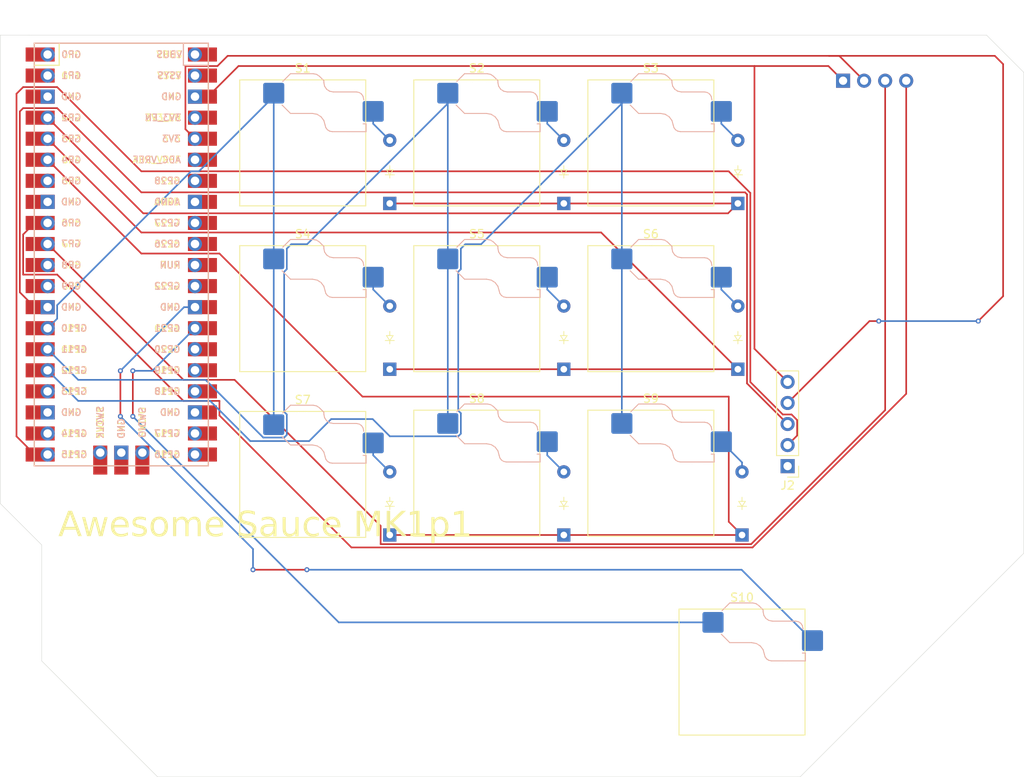
<source format=kicad_pcb>
(kicad_pcb (version 20241229) (generator "pcbnew") (generator_version "9.0")
  (layers (0 "F.Cu" signal) (2 "B.Cu" signal) (13 "F.Paste" user) (15 "B.Paste" user) (5 "F.SilkS" user "F.Silkscreen") (7 "B.SilkS" user "B.Silkscreen") (1 "F.Mask" user) (3 "B.Mask" user) (25 "Edge.Cuts" user))
  (net 0 "")
  (net 1 "Net-(D1-A)")
  (net 2 "Net-(D1-K)")
  (net 3 "Net-(D2-A)")
  (net 4 "Net-(D3-A)")
  (net 5 "Net-(D4-A)")
  (net 6 "Net-(D4-K)")
  (net 7 "Net-(D5-A)")
  (net 8 "Net-(D6-A)")
  (net 9 "Net-(D7-A)")
  (net 10 "Net-(D7-K)")
  (net 11 "Net-(D8-A)")
  (net 12 "Net-(D9-A)")
  (net 13 "Net-(J1-SDA)")
  (net 14 "VCC")
  (net 15 "Net-(J1-SCL)")
  (net 16 "GND")
  (net 17 "Net-(J2-Pin_2)")
  (net 18 "Net-(J2-Pin_1)")
  (net 19 "Net-(J2-Pin_3)")
  (net 28 "Net-(U1-GPIO10)")
  (net 39 "Net-(U1-GPIO12)")
  (net 40 "Net-(U1-GPIO21)")
  (net 42 "Net-(S10-Pad2)")
  (net 46 "Net-(U1-GPIO11)")
  (footprint "ScottoKeebs_Hotswap:Hotswap_Choc_V1_1.00u" (layer "F.Cu") (at 106.5 51.5)
    (property "Reference" "S1" (at 0 -9 0) (layer "F.SilkS"))
    (property "Value" "Keyswitch")
    (pad "" np_thru_hole circle (at -5.5 0) (size 1.9 1.9) (drill 1.9) (layers "*.Cu" "*.Mask"))
    (pad "" np_thru_hole circle (at 0 -5.9) (size 3.05 3.05) (drill 3.05) (layers "*.Cu" "*.Mask"))
    (pad "" np_thru_hole circle (at 0 0) (size 3.45 3.45) (drill 3.45) (layers "*.Cu" "*.Mask"))
    (pad "" np_thru_hole circle (at 5 -3.8) (size 3.05 3.05) (drill 3.05) (layers "*.Cu" "*.Mask"))
    (pad "" np_thru_hole circle (at 5.5 0) (size 1.9 1.9) (drill 1.9) (layers "*.Cu" "*.Mask"))
    (pad "1" smd roundrect (at -3.5 -6) (size 2.55 2.5) (layers "B.Cu" "B.Mask" "B.Paste") (roundrect_rratio 0.1) (net 28 "Net-(U1-GPIO10)"))
    (pad "2" smd roundrect (at 8.5 -3.8) (size 2.55 2.5) (layers "B.Cu" "B.Mask" "B.Paste") (roundrect_rratio 0.1) (net 1 "Net-(D1-A)"))
  )
  (footprint "ScottoKeebs_Hotswap:Hotswap_Choc_V1_1.00u" (layer "F.Cu") (at 127.5 71.5)
    (property "Reference" "S5" (at 0 -9 0) (layer "F.SilkS"))
    (property "Value" "Keyswitch")
    (pad "" np_thru_hole circle (at -5.5 0) (size 1.9 1.9) (drill 1.9) (layers "*.Cu" "*.Mask"))
    (pad "" np_thru_hole circle (at 0 -5.9) (size 3.05 3.05) (drill 3.05) (layers "*.Cu" "*.Mask"))
    (pad "" np_thru_hole circle (at 0 0) (size 3.45 3.45) (drill 3.45) (layers "*.Cu" "*.Mask"))
    (pad "" np_thru_hole circle (at 5 -3.8) (size 3.05 3.05) (drill 3.05) (layers "*.Cu" "*.Mask"))
    (pad "" np_thru_hole circle (at 5.5 0) (size 1.9 1.9) (drill 1.9) (layers "*.Cu" "*.Mask"))
    (pad "1" smd roundrect (at -3.5 -6) (size 2.55 2.5) (layers "B.Cu" "B.Mask" "B.Paste") (roundrect_rratio 0.1) (net 46 "Net-(U1-GPIO11)"))
    (pad "2" smd roundrect (at 8.5 -3.8) (size 2.55 2.5) (layers "B.Cu" "B.Mask" "B.Paste") (roundrect_rratio 0.1) (net 7 "Net-(D5-A)"))
  )
  (footprint "ScottoKeebs_Hotswap:Hotswap_Choc_V1_1.00u" (layer "F.Cu") (at 127.5 51.5)
    (property "Reference" "S2" (at 0 -9 0) (layer "F.SilkS"))
    (property "Value" "Keyswitch")
    (pad "" np_thru_hole circle (at -5.5 0) (size 1.9 1.9) (drill 1.9) (layers "*.Cu" "*.Mask"))
    (pad "" np_thru_hole circle (at 0 -5.9) (size 3.05 3.05) (drill 3.05) (layers "*.Cu" "*.Mask"))
    (pad "" np_thru_hole circle (at 0 0) (size 3.45 3.45) (drill 3.45) (layers "*.Cu" "*.Mask"))
    (pad "" np_thru_hole circle (at 5 -3.8) (size 3.05 3.05) (drill 3.05) (layers "*.Cu" "*.Mask"))
    (pad "" np_thru_hole circle (at 5.5 0) (size 1.9 1.9) (drill 1.9) (layers "*.Cu" "*.Mask"))
    (pad "1" smd roundrect (at -3.5 -6) (size 2.55 2.5) (layers "B.Cu" "B.Mask" "B.Paste") (roundrect_rratio 0.1) (net 46 "Net-(U1-GPIO11)"))
    (pad "2" smd roundrect (at 8.5 -3.8) (size 2.55 2.5) (layers "B.Cu" "B.Mask" "B.Paste") (roundrect_rratio 0.1) (net 3 "Net-(D2-A)"))
  )
  (footprint "ScottoKeebs_Components:Diode_DO-35" (layer "F.Cu") (at 117 58.81 90)
    (property "Reference" "D1" (hide yes))
    (property "Value" "Diode" (hide yes))
    (pad "1" thru_hole rect (at 0 0 90) (size 1.6 1.6) (drill 0.8) (layers "*.Cu" "*.Mask") (net 2 "Net-(D1-K)"))
    (pad "2" thru_hole oval (at 7.62 0 90) (size 1.6 1.6) (drill 0.8) (layers "*.Cu" "*.Mask") (net 1 "Net-(D1-A)"))
  )
  (footprint "ScottoKeebs_Hotswap:Hotswap_Choc_V1_1.00u" (layer "F.Cu") (at 148.5 51.5)
    (property "Reference" "S3" (at 0 -9 0) (layer "F.SilkS"))
    (property "Value" "Keyswitch")
    (pad "" np_thru_hole circle (at -5.5 0) (size 1.9 1.9) (drill 1.9) (layers "*.Cu" "*.Mask"))
    (pad "" np_thru_hole circle (at 0 -5.9) (size 3.05 3.05) (drill 3.05) (layers "*.Cu" "*.Mask"))
    (pad "" np_thru_hole circle (at 0 0) (size 3.45 3.45) (drill 3.45) (layers "*.Cu" "*.Mask"))
    (pad "" np_thru_hole circle (at 5 -3.8) (size 3.05 3.05) (drill 3.05) (layers "*.Cu" "*.Mask"))
    (pad "" np_thru_hole circle (at 5.5 0) (size 1.9 1.9) (drill 1.9) (layers "*.Cu" "*.Mask"))
    (pad "1" smd roundrect (at -3.5 -6) (size 2.55 2.5) (layers "B.Cu" "B.Mask" "B.Paste") (roundrect_rratio 0.1) (net 39 "Net-(U1-GPIO12)"))
    (pad "2" smd roundrect (at 8.5 -3.8) (size 2.55 2.5) (layers "B.Cu" "B.Mask" "B.Paste") (roundrect_rratio 0.1) (net 4 "Net-(D3-A)"))
  )
  (footprint "ScottoKeebs_Components:Diode_DO-35" (layer "F.Cu") (at 138 98.81 90)
    (property "Reference" "D8" (hide yes))
    (property "Value" "Diode" (hide yes))
    (pad "1" thru_hole rect (at 0 0 90) (size 1.6 1.6) (drill 0.8) (layers "*.Cu" "*.Mask") (net 10 "Net-(D7-K)"))
    (pad "2" thru_hole oval (at 7.62 0 90) (size 1.6 1.6) (drill 0.8) (layers "*.Cu" "*.Mask") (net 11 "Net-(D8-A)"))
  )
  (footprint "ScottoKeebs_Hotswap:Hotswap_Choc_V1_1.00u" (layer "F.Cu") (at 106.5 71.5)
    (property "Reference" "S4" (at 0 -9 0) (layer "F.SilkS"))
    (property "Value" "Keyswitch")
    (pad "" np_thru_hole circle (at -5.5 0) (size 1.9 1.9) (drill 1.9) (layers "*.Cu" "*.Mask"))
    (pad "" np_thru_hole circle (at 0 -5.9) (size 3.05 3.05) (drill 3.05) (layers "*.Cu" "*.Mask"))
    (pad "" np_thru_hole circle (at 0 0) (size 3.45 3.45) (drill 3.45) (layers "*.Cu" "*.Mask"))
    (pad "" np_thru_hole circle (at 5 -3.8) (size 3.05 3.05) (drill 3.05) (layers "*.Cu" "*.Mask"))
    (pad "" np_thru_hole circle (at 5.5 0) (size 1.9 1.9) (drill 1.9) (layers "*.Cu" "*.Mask"))
    (pad "1" smd roundrect (at -3.5 -6) (size 2.55 2.5) (layers "B.Cu" "B.Mask" "B.Paste") (roundrect_rratio 0.1) (net 28 "Net-(U1-GPIO10)"))
    (pad "2" smd roundrect (at 8.5 -3.8) (size 2.55 2.5) (layers "B.Cu" "B.Mask" "B.Paste") (roundrect_rratio 0.1) (net 5 "Net-(D4-A)"))
  )
  (footprint "ScottoKeebs_Components:Diode_DO-35" (layer "F.Cu") (at 159.5 98.81 90)
    (property "Reference" "D9" (hide yes))
    (property "Value" "Diode" (hide yes))
    (pad "1" thru_hole rect (at 0 0 90) (size 1.6 1.6) (drill 0.8) (layers "*.Cu" "*.Mask") (net 10 "Net-(D7-K)"))
    (pad "2" thru_hole oval (at 7.62 0 90) (size 1.6 1.6) (drill 0.8) (layers "*.Cu" "*.Mask") (net 12 "Net-(D9-A)"))
  )
  (footprint "ScottoKeebs_Components:Diode_DO-35" (layer "F.Cu") (at 138 58.81 90)
    (property "Reference" "D2" (hide yes))
    (property "Value" "Diode" (hide yes))
    (pad "1" thru_hole rect (at 0 0 90) (size 1.6 1.6) (drill 0.8) (layers "*.Cu" "*.Mask") (net 2 "Net-(D1-K)"))
    (pad "2" thru_hole oval (at 7.62 0 90) (size 1.6 1.6) (drill 0.8) (layers "*.Cu" "*.Mask") (net 3 "Net-(D2-A)"))
  )
  (footprint "ScottoKeebs_Hotswap:Hotswap_Choc_V1_1.00u" (layer "F.Cu") (at 148.5 91.351)
    (property "Reference" "S9" (at 0 -9 0) (layer "F.SilkS"))
    (property "Value" "Keyswitch")
    (pad "" np_thru_hole circle (at -5.5 0) (size 1.9 1.9) (drill 1.9) (layers "*.Cu" "*.Mask"))
    (pad "" np_thru_hole circle (at 0 -5.9) (size 3.05 3.05) (drill 3.05) (layers "*.Cu" "*.Mask"))
    (pad "" np_thru_hole circle (at 0 0) (size 3.45 3.45) (drill 3.45) (layers "*.Cu" "*.Mask"))
    (pad "" np_thru_hole circle (at 5 -3.8) (size 3.05 3.05) (drill 3.05) (layers "*.Cu" "*.Mask"))
    (pad "" np_thru_hole circle (at 5.5 0) (size 1.9 1.9) (drill 1.9) (layers "*.Cu" "*.Mask"))
    (pad "1" smd roundrect (at -3.5 -6) (size 2.55 2.5) (layers "B.Cu" "B.Mask" "B.Paste") (roundrect_rratio 0.1) (net 39 "Net-(U1-GPIO12)"))
    (pad "2" smd roundrect (at 8.5 -3.8) (size 2.55 2.5) (layers "B.Cu" "B.Mask" "B.Paste") (roundrect_rratio 0.1) (net 12 "Net-(D9-A)"))
  )
  (footprint "ScottoKeebs_Components:Diode_DO-35" (layer "F.Cu") (at 159 58.81 90)
    (property "Reference" "D3" (hide yes))
    (property "Value" "Diode" (hide yes))
    (pad "1" thru_hole rect (at 0 0 90) (size 1.6 1.6) (drill 0.8) (layers "*.Cu" "*.Mask") (net 2 "Net-(D1-K)"))
    (pad "2" thru_hole oval (at 7.62 0 90) (size 1.6 1.6) (drill 0.8) (layers "*.Cu" "*.Mask") (net 4 "Net-(D3-A)"))
  )
  (footprint "ScottoKeebs_Components:OLED_128x64" (layer "F.Cu") (at 175.5 44)
    (property "Reference" "J1" (hide yes))
    (property "Value" "OLED_128x64")
    (pad "1" thru_hole rect (at -3.81 0 90) (size 1.7 1.7) (drill 1) (layers "*.Cu" "*.Mask") (net 16 "GND"))
    (pad "2" thru_hole oval (at -1.27 0 90) (size 1.7 1.7) (drill 1) (layers "*.Cu" "*.Mask") (net 14 "VCC"))
    (pad "3" thru_hole oval (at 1.27 0 90) (size 1.7 1.7) (drill 1) (layers "*.Cu" "*.Mask") (net 15 "Net-(J1-SCL)"))
    (pad "4" thru_hole oval (at 3.81 0 90) (size 1.7 1.7) (drill 1) (layers "*.Cu" "*.Mask") (net 13 "Net-(J1-SDA)"))
  )
  (footprint "ScottoKeebs_MCU:Raspberry_Pi_Pico" (layer "F.Cu") (at 84.61 64.97)
    (property "Reference" "U1" (hide yes))
    (property "Value" "Raspberry_Pi_Pico" (hide yes))
    (fp_text user "AGND" (at 5.54 -6.35 0) (layer "F.SilkS") (effects (font (size 0.8 0.8))))
    (fp_text user "GP2" (at -6.04 -16.51 0) (layer "F.SilkS") (effects (font (size 0.8 0.8))))
    (fp_text user "GP0" (at -6.04 -24.13 0) (layer "F.SilkS") (effects (font (size 0.8 0.8))))
    (fp_text user "GP15" (at -5.69 24.13 0) (layer "F.SilkS") (effects (font (size 0.8 0.8))))
    (fp_text user "SWCLK" (at -2.54 20.25 90) (layer "F.SilkS") (effects (font (size 0.8 0.8))))
    (fp_text user "GP14" (at -5.69 21.59 0) (layer "F.SilkS") (effects (font (size 0.8 0.8))))
    (fp_text user "GP27" (at 5.54 -3.8 0) (layer "F.SilkS") (effects (font (size 0.8 0.8))))
    (fp_text user "GP17" (at 5.54 21.59 0) (layer "F.SilkS") (effects (font (size 0.8 0.8))))
    (fp_text user "GP4" (at -6.04 -11.43 0) (layer "F.SilkS") (effects (font (size 0.8 0.8))))
    (fp_text user "GND" (at -6.04 -6.35 0) (layer "F.SilkS") (effects (font (size 0.8 0.8))))
    (fp_text user "GP8" (at -6.04 1.27 0) (layer "F.SilkS") (effects (font (size 0.8 0.8))))
    (fp_text user "GND" (at -6.04 6.35 0) (layer "F.SilkS") (effects (font (size 0.8 0.8))))
    (fp_text user "GP1" (at -6.04 -21.6 0) (layer "F.SilkS") (effects (font (size 0.8 0.8))))
    (fp_text user "GP20" (at 5.54 11.43 0) (layer "F.SilkS") (effects (font (size 0.8 0.8))))
    (fp_text user "GND" (at 6.04 -19.05 0) (layer "F.SilkS") (effects (font (size 0.8 0.8))))
    (fp_text user "GP5" (at -6.04 -8.89 0) (layer "F.SilkS") (effects (font (size 0.8 0.8))))
    (fp_text user "GP18" (at 5.54 16.51 0) (layer "F.SilkS") (effects (font (size 0.8 0.8))))
    (fp_text user "SWDIO" (at 2.54 20.25 90) (layer "F.SilkS") (effects (font (size 0.8 0.8))))
    (fp_text user "GP7" (at -6.04 -1.3 0) (layer "F.SilkS") (effects (font (size 0.8 0.8))))
    (fp_text user "ADC_VREF" (at 4.29 -11.43 0) (layer "F.SilkS") (effects (font (size 0.8 0.8))))
    (fp_text user "GP11" (at -5.69 11.43 0) (layer "F.SilkS") (effects (font (size 0.8 0.8))))
    (fp_text user "GND" (at -6.04 -19.05 0) (layer "F.SilkS") (effects (font (size 0.8 0.8))))
    (fp_text user "3V3" (at 6.04 -13.97 0) (layer "F.SilkS") (effects (font (size 0.8 0.8))))
    (fp_text user "GP10" (at -5.69 8.89 0) (layer "F.SilkS") (effects (font (size 0.8 0.8))))
    (fp_text user "GND" (at -6.04 19.05 0) (layer "F.SilkS") (effects (font (size 0.8 0.8))))
    (fp_text user "GP3" (at -6.04 -13.97 0) (layer "F.SilkS") (effects (font (size 0.8 0.8))))
    (fp_text user "GND" (at 5.89 6.35 0) (layer "F.SilkS") (effects (font (size 0.8 0.8))))
    (fp_text user "GP13" (at -5.69 16.51 0) (layer "F.SilkS") (effects (font (size 0.8 0.8))))
    (fp_text user "GP16" (at 5.54 24.13 0) (layer "F.SilkS") (effects (font (size 0.8 0.8))))
    (fp_text user "GND" (at 5.89 19.05 0) (layer "F.SilkS") (effects (font (size 0.8 0.8))))
    (fp_text user "GP21" (at 5.54 8.9 0) (layer "F.SilkS") (effects (font (size 0.8 0.8))))
    (fp_text user "VSYS" (at 5.79 -21.59 0) (layer "F.SilkS") (effects (font (size 0.8 0.8))))
    (fp_text user "RUN" (at 5.89 1.27 0) (layer "F.SilkS") (effects (font (size 0.8 0.8))))
    (fp_text user "GND" (at 0 21 90) (layer "F.SilkS") (effects (font (size 0.8 0.8))))
    (fp_text user "GP26" (at 5.54 -1.27 0) (layer "F.SilkS") (effects (font (size 0.8 0.8))))
    (fp_text user "GP6" (at -6.04 -3.81 0) (layer "F.SilkS") (effects (font (size 0.8 0.8))))
    (fp_text user "GP9" (at -6.04 3.81 0) (layer "F.SilkS") (effects (font (size 0.8 0.8))))
    (fp_text user "3V3_EN" (at 5.04 -16.51 0) (layer "F.SilkS") (effects (font (size 0.8 0.8))))
    (fp_text user "GP28" (at 5.54 -8.89 0) (layer "F.SilkS") (effects (font (size 0.8 0.8))))
    (fp_text user "GP12" (at -5.69 13.97 0) (layer "F.SilkS") (effects (font (size 0.8 0.8))))
    (fp_text user "VBUS" (at 5.79 -24.13 0) (layer "F.SilkS") (effects (font (size 0.8 0.8))))
    (fp_text user "GP22" (at 5.54 3.81 0) (layer "F.SilkS") (effects (font (size 0.8 0.8))))
    (fp_text user "GP19" (at 5.54 13.97 0) (layer "F.SilkS") (effects (font (size 0.8 0.8))))
    (fp_text user "GND" (at 5.89 19.05 0) (layer "B.SilkS") (effects (font (size 0.8 0.8)) (justify mirror)))
    (fp_text user "GP3" (at -6.04 -13.97 0) (layer "B.SilkS") (effects (font (size 0.8 0.8)) (justify mirror)))
    (fp_text user "GP14" (at -5.69 21.59 0) (layer "B.SilkS") (effects (font (size 0.8 0.8)) (justify mirror)))
    (fp_text user "GP16" (at 5.54 24.13 0) (layer "B.SilkS") (effects (font (size 0.8 0.8)) (justify mirror)))
    (fp_text user "AGND" (at 5.54 -6.35 0) (layer "B.SilkS") (effects (font (size 0.8 0.8)) (justify mirror)))
    (fp_text user "GND" (at 6.04 -19.05 0) (layer "B.SilkS") (effects (font (size 0.8 0.8)) (justify mirror)))
    (fp_text user "GP10" (at -5.69 8.89 0) (layer "B.SilkS") (effects (font (size 0.8 0.8)) (justify mirror)))
    (fp_text user "GP26" (at 5.54 -1.27 0) (layer "B.SilkS") (effects (font (size 0.8 0.8)) (justify mirror)))
    (fp_text user "GP4" (at -6.04 -11.43 0) (layer "B.SilkS") (effects (font (size 0.8 0.8)) (justify mirror)))
    (fp_text user "GND" (at -6.04 6.35 0) (layer "B.SilkS") (effects (font (size 0.8 0.8)) (justify mirror)))
    (fp_text user "SWDIO" (at 2.54 20.25 90) (layer "B.SilkS") (effects (font (size 0.8 0.8)) (justify mirror)))
    (fp_text user "GP0" (at -6.04 -24.13 0) (layer "B.SilkS") (effects (font (size 0.8 0.8)) (justify mirror)))
    (fp_text user "VBUS" (at 5.79 -24.13 0) (layer "B.SilkS") (effects (font (size 0.8 0.8)) (justify mirror)))
    (fp_text user "GP1" (at -6.04 -21.6 0) (layer "B.SilkS") (effects (font (size 0.8 0.8)) (justify mirror)))
    (fp_text user "ADC_VREF" (at 4.29 -11.43 0) (layer "B.SilkS") (effects (font (size 0.8 0.8)) (justify mirror)))
    (fp_text user "GP21" (at 5.54 8.9 0) (layer "B.SilkS") (effects (font (size 0.8 0.8)) (justify mirror)))
    (fp_text user "GP15" (at -5.69 24.13 0) (layer "B.SilkS") (effects (font (size 0.8 0.8)) (justify mirror)))
    (fp_text user "GND" (at 0 21 90) (layer "B.SilkS") (effects (font (size 0.8 0.8)) (justify mirror)))
    (fp_text user "VSYS" (at 5.79 -21.59 0) (layer "B.SilkS") (effects (font (size 0.8 0.8)) (justify mirror)))
    (fp_text user "GP27" (at 5.54 -3.8 0) (layer "B.SilkS") (effects (font (size 0.8 0.8)) (justify mirror)))
    (fp_text user "GP12" (at -5.69 13.97 0) (layer "B.SilkS") (effects (font (size 0.8 0.8)) (justify mirror)))
    (fp_text user "GP19" (at 5.54 13.97 0) (layer "B.SilkS") (effects (font (size 0.8 0.8)) (justify mirror)))
    (fp_text user "GND" (at -6.04 -19.05 0) (layer "B.SilkS") (effects (font (size 0.8 0.8)) (justify mirror)))
    (fp_text user "GP11" (at -5.69 11.43 0) (layer "B.SilkS") (effects (font (size 0.8 0.8)) (justify mirror)))
    (fp_text user "GND" (at 5.89 6.35 0) (layer "B.SilkS") (effects (font (size 0.8 0.8)) (justify mirror)))
    (fp_text user "GP22" (at 5.54 3.81 0) (layer "B.SilkS") (effects (font (size 0.8 0.8)) (justify mirror)))
    (fp_text user "GP20" (at 5.54 11.43 0) (layer "B.SilkS") (effects (font (size 0.8 0.8)) (justify mirror)))
    (fp_text user "GP2" (at -6.04 -16.51 0) (layer "B.SilkS") (effects (font (size 0.8 0.8)) (justify mirror)))
    (fp_text user "GP6" (at -6.04 -3.81 0) (layer "B.SilkS") (effects (font (size 0.8 0.8)) (justify mirror)))
    (fp_text user "GP18" (at 5.54 16.51 0) (layer "B.SilkS") (effects (font (size 0.8 0.8)) (justify mirror)))
    (fp_text user "GP8" (at -6.04 1.27 0) (layer "B.SilkS") (effects (font (size 0.8 0.8)) (justify mirror)))
    (fp_text user "GND" (at -6.04 -6.35 0) (layer "B.SilkS") (effects (font (size 0.8 0.8)) (justify mirror)))
    (fp_text user "RUN" (at 5.89 1.27 0) (layer "B.SilkS") (effects (font (size 0.8 0.8)) (justify mirror)))
    (fp_text user "GP13" (at -5.69 16.51 0) (layer "B.SilkS") (effects (font (size 0.8 0.8)) (justify mirror)))
    (fp_text user "GP9" (at -6.04 3.81 0) (layer "B.SilkS") (effects (font (size 0.8 0.8)) (justify mirror)))
    (fp_text user "SWCLK" (at -2.54 20.25 90) (layer "B.SilkS") (effects (font (size 0.8 0.8)) (justify mirror)))
    (fp_text user "3V3" (at 6.04 -13.97 0) (layer "B.SilkS") (effects (font (size 0.8 0.8)) (justify mirror)))
    (fp_text user "GP7" (at -6.04 -1.3 0) (layer "B.SilkS") (effects (font (size 0.8 0.8)) (justify mirror)))
    (fp_text user "GP28" (at 5.54 -8.89 0) (layer "B.SilkS") (effects (font (size 0.8 0.8)) (justify mirror)))
    (fp_text user "GP17" (at 5.54 21.59 0) (layer "B.SilkS") (effects (font (size 0.8 0.8)) (justify mirror)))
    (fp_text user "GP5" (at -6.04 -8.89 0) (layer "B.SilkS") (effects (font (size 0.8 0.8)) (justify mirror)))
    (fp_text user "GND" (at -6.04 19.05 0) (layer "B.SilkS") (effects (font (size 0.8 0.8)) (justify mirror)))
    (fp_text user "3V3_EN" (at 5.04 -16.51 0) (layer "B.SilkS") (effects (font (size 0.8 0.8)) (justify mirror)))
    (pad "1" thru_hole oval (at -8.89 -24.13) (size 1.7 1.7) (drill 1.02) (layers "*.Cu" "*.Mask"))
    (pad "1" smd rect (at -8.89 -24.13) (size 3.5 1.7) (drill (offset -0.9 0)) (layers "F.Cu" "F.Mask"))
    (pad "2" thru_hole oval (at -8.89 -21.59) (size 1.7 1.7) (drill 1.02) (layers "*.Cu" "*.Mask"))
    (pad "2" smd rect (at -8.89 -21.59) (size 3.5 1.7) (drill (offset -0.9 0)) (layers "F.Cu" "F.Mask"))
    (pad "3" thru_hole rect (at -8.89 -19.05) (size 1.7 1.7) (drill 1.02) (layers "*.Cu" "*.Mask"))
    (pad "3" smd rect (at -8.89 -19.05) (size 3.5 1.7) (drill (offset -0.9 0)) (layers "F.Cu" "F.Mask"))
    (pad "4" thru_hole oval (at -8.89 -16.51) (size 1.7 1.7) (drill 1.02) (layers "*.Cu" "*.Mask") (net 2 "Net-(D1-K)"))
    (pad "4" smd rect (at -8.89 -16.51) (size 3.5 1.7) (drill (offset -0.9 0)) (layers "F.Cu" "F.Mask") (net 2 "Net-(D1-K)"))
    (pad "5" thru_hole oval (at -8.89 -13.97) (size 1.7 1.7) (drill 1.02) (layers "*.Cu" "*.Mask") (net 6 "Net-(D4-K)"))
    (pad "5" smd rect (at -8.89 -13.97) (size 3.5 1.7) (drill (offset -0.9 0)) (layers "F.Cu" "F.Mask") (net 6 "Net-(D4-K)"))
    (pad "6" thru_hole oval (at -8.89 -11.43) (size 1.7 1.7) (drill 1.02) (layers "*.Cu" "*.Mask") (net 10 "Net-(D7-K)"))
    (pad "6" smd rect (at -8.89 -11.43) (size 3.5 1.7) (drill (offset -0.9 0)) (layers "F.Cu" "F.Mask") (net 10 "Net-(D7-K)"))
    (pad "7" thru_hole oval (at -8.89 -8.89) (size 1.7 1.7) (drill 1.02) (layers "*.Cu" "*.Mask"))
    (pad "7" smd rect (at -8.89 -8.89) (size 3.5 1.7) (drill (offset -0.9 0)) (layers "F.Cu" "F.Mask"))
    (pad "8" thru_hole rect (at -8.89 -6.35) (size 1.7 1.7) (drill 1.02) (layers "*.Cu" "*.Mask"))
    (pad "8" smd rect (at -8.89 -6.35) (size 3.5 1.7) (drill (offset -0.9 0)) (layers "F.Cu" "F.Mask"))
    (pad "9" thru_hole oval (at -8.89 -3.81) (size 1.7 1.7) (drill 1.02) (layers "*.Cu" "*.Mask") (net 13 "Net-(J1-SDA)"))
    (pad "9" smd rect (at -8.89 -3.81) (size 3.5 1.7) (drill (offset -0.9 0)) (layers "F.Cu" "F.Mask") (net 13 "Net-(J1-SDA)"))
    (pad "10" thru_hole oval (at -8.89 -1.27) (size 1.7 1.7) (drill 1.02) (layers "*.Cu" "*.Mask") (net 15 "Net-(J1-SCL)"))
    (pad "10" smd rect (at -8.89 -1.27) (size 3.5 1.7) (drill (offset -0.9 0)) (layers "F.Cu" "F.Mask") (net 15 "Net-(J1-SCL)"))
    (pad "11" thru_hole oval (at -8.89 1.27) (size 1.7 1.7) (drill 1.02) (layers "*.Cu" "*.Mask"))
    (pad "11" smd rect (at -8.89 1.27) (size 3.5 1.7) (drill (offset -0.9 0)) (layers "F.Cu" "F.Mask"))
    (pad "12" thru_hole oval (at -8.89 3.81) (size 1.7 1.7) (drill 1.02) (layers "*.Cu" "*.Mask"))
    (pad "12" smd rect (at -8.89 3.81) (size 3.5 1.7) (drill (offset -0.9 0)) (layers "F.Cu" "F.Mask"))
    (pad "13" thru_hole rect (at -8.89 6.35) (size 1.7 1.7) (drill 1.02) (layers "*.Cu" "*.Mask") (net 19 "Net-(J2-Pin_3)"))
    (pad "13" smd rect (at -8.89 6.35) (size 3.5 1.7) (drill (offset -0.9 0)) (layers "F.Cu" "F.Mask") (net 19 "Net-(J2-Pin_3)"))
    (pad "14" thru_hole oval (at -8.89 8.89) (size 1.7 1.7) (drill 1.02) (layers "*.Cu" "*.Mask") (net 28 "Net-(U1-GPIO10)"))
    (pad "14" smd rect (at -8.89 8.89) (size 3.5 1.7) (drill (offset -0.9 0)) (layers "F.Cu" "F.Mask") (net 28 "Net-(U1-GPIO10)"))
    (pad "15" thru_hole oval (at -8.89 11.43) (size 1.7 1.7) (drill 1.02) (layers "*.Cu" "*.Mask") (net 46 "Net-(U1-GPIO11)"))
    (pad "15" smd rect (at -8.89 11.43) (size 3.5 1.7) (drill (offset -0.9 0)) (layers "F.Cu" "F.Mask") (net 46 "Net-(U1-GPIO11)"))
    (pad "16" thru_hole oval (at -8.89 13.97) (size 1.7 1.7) (drill 1.02) (layers "*.Cu" "*.Mask") (net 39 "Net-(U1-GPIO12)"))
    (pad "16" smd rect (at -8.89 13.97) (size 3.5 1.7) (drill (offset -0.9 0)) (layers "F.Cu" "F.Mask") (net 39 "Net-(U1-GPIO12)"))
    (pad "17" thru_hole oval (at -8.89 16.51) (size 1.7 1.7) (drill 1.02) (layers "*.Cu" "*.Mask"))
    (pad "17" smd rect (at -8.89 16.51) (size 3.5 1.7) (drill (offset -0.9 0)) (layers "F.Cu" "F.Mask"))
    (pad "18" thru_hole rect (at -8.89 19.05) (size 1.7 1.7) (drill 1.02) (layers "*.Cu" "*.Mask"))
    (pad "18" smd rect (at -8.89 19.05) (size 3.5 1.7) (drill (offset -0.9 0)) (layers "F.Cu" "F.Mask"))
    (pad "19" thru_hole oval (at -8.89 21.59) (size 1.7 1.7) (drill 1.02) (layers "*.Cu" "*.Mask") (net 18 "Net-(J2-Pin_1)"))
    (pad "19" smd rect (at -8.89 21.59) (size 3.5 1.7) (drill (offset -0.9 0)) (layers "F.Cu" "F.Mask") (net 18 "Net-(J2-Pin_1)"))
    (pad "20" thru_hole oval (at -8.89 24.13) (size 1.7 1.7) (drill 1.02) (layers "*.Cu" "*.Mask") (net 17 "Net-(J2-Pin_2)"))
    (pad "20" smd rect (at -8.89 24.13) (size 3.5 1.7) (drill (offset -0.9 0)) (layers "F.Cu" "F.Mask") (net 17 "Net-(J2-Pin_2)"))
    (pad "21" thru_hole oval (at 8.89 24.13) (size 1.7 1.7) (drill 1.02) (layers "*.Cu" "*.Mask"))
    (pad "21" smd rect (at 8.89 24.13) (size 3.5 1.7) (drill (offset 0.9 0)) (layers "F.Cu" "F.Mask"))
    (pad "22" thru_hole oval (at 8.89 21.59) (size 1.7 1.7) (drill 1.02) (layers "*.Cu" "*.Mask"))
    (pad "22" smd rect (at 8.89 21.59) (size 3.5 1.7) (drill (offset 0.9 0)) (layers "F.Cu" "F.Mask"))
    (pad "23" thru_hole rect (at 8.89 19.05) (size 1.7 1.7) (drill 1.02) (layers "*.Cu" "*.Mask"))
    (pad "23" smd rect (at 8.89 19.05) (size 3.5 1.7) (drill (offset 0.9 0)) (layers "F.Cu" "F.Mask"))
    (pad "24" thru_hole oval (at 8.89 16.51) (size 1.7 1.7) (drill 1.02) (layers "*.Cu" "*.Mask"))
    (pad "24" smd rect (at 8.89 16.51) (size 3.5 1.7) (drill (offset 0.9 0)) (layers "F.Cu" "F.Mask"))
    (pad "25" thru_hole oval (at 8.89 13.97) (size 1.7 1.7) (drill 1.02) (layers "*.Cu" "*.Mask"))
    (pad "25" smd rect (at 8.89 13.97) (size 3.5 1.7) (drill (offset 0.9 0)) (layers "F.Cu" "F.Mask"))
    (pad "26" thru_hole oval (at 8.89 11.43) (size 1.7 1.7) (drill 1.02) (layers "*.Cu" "*.Mask"))
    (pad "26" smd rect (at 8.89 11.43) (size 3.5 1.7) (drill (offset 0.9 0)) (layers "F.Cu" "F.Mask"))
    (pad "27" thru_hole oval (at 8.89 8.89) (size 1.7 1.7) (drill 1.02) (layers "*.Cu" "*.Mask") (net 40 "Net-(U1-GPIO21)"))
    (pad "27" smd rect (at 8.89 8.89) (size 3.5 1.7) (drill (offset 0.9 0)) (layers "F.Cu" "F.Mask") (net 40 "Net-(U1-GPIO21)"))
    (pad "28" thru_hole rect (at 8.89 6.35) (size 1.7 1.7) (drill 1.02) (layers "*.Cu" "*.Mask") (net 42 "Net-(S10-Pad2)"))
    (pad "28" smd rect (at 8.89 6.35) (size 3.5 1.7) (drill (offset 0.9 0)) (layers "F.Cu" "F.Mask") (net 42 "Net-(S10-Pad2)"))
    (pad "29" thru_hole oval (at 8.89 3.81) (size 1.7 1.7) (drill 1.02) (layers "*.Cu" "*.Mask"))
    (pad "29" smd rect (at 8.89 3.81) (size 3.5 1.7) (drill (offset 0.9 0)) (layers "F.Cu" "F.Mask"))
    (pad "30" thru_hole oval (at 8.89 1.27) (size 1.7 1.7) (drill 1.02) (layers "*.Cu" "*.Mask"))
    (pad "30" smd rect (at 8.89 1.27) (size 3.5 1.7) (drill (offset 0.9 0)) (layers "F.Cu" "F.Mask"))
    (pad "31" thru_hole oval (at 8.89 -1.27) (size 1.7 1.7) (drill 1.02) (layers "*.Cu" "*.Mask"))
    (pad "31" smd rect (at 8.89 -1.27) (size 3.5 1.7) (drill (offset 0.9 0)) (layers "F.Cu" "F.Mask"))
    (pad "32" thru_hole oval (at 8.89 -3.81) (size 1.7 1.7) (drill 1.02) (layers "*.Cu" "*.Mask"))
    (pad "32" smd rect (at 8.89 -3.81) (size 3.5 1.7) (drill (offset 0.9 0)) (layers "F.Cu" "F.Mask"))
    (pad "33" thru_hole rect (at 8.89 -6.35) (size 1.7 1.7) (drill 1.02) (layers "*.Cu" "*.Mask"))
    (pad "33" smd rect (at 8.89 -6.35) (size 3.5 1.7) (drill (offset 0.9 0)) (layers "F.Cu" "F.Mask"))
    (pad "34" thru_hole oval (at 8.89 -8.89) (size 1.7 1.7) (drill 1.02) (layers "*.Cu" "*.Mask"))
    (pad "34" smd rect (at 8.89 -8.89) (size 3.5 1.7) (drill (offset 0.9 0)) (layers "F.Cu" "F.Mask"))
    (pad "35" thru_hole oval (at 8.89 -11.43) (size 1.7 1.7) (drill 1.02) (layers "*.Cu" "*.Mask"))
    (pad "35" smd rect (at 8.89 -11.43) (size 3.5 1.7) (drill (offset 0.9 0)) (layers "F.Cu" "F.Mask"))
    (pad "36" thru_hole oval (at 8.89 -13.97) (size 1.7 1.7) (drill 1.02) (layers "*.Cu" "*.Mask") (net 14 "VCC"))
    (pad "36" smd rect (at 8.89 -13.97) (size 3.5 1.7) (drill (offset 0.9 0)) (layers "F.Cu" "F.Mask") (net 14 "VCC"))
    (pad "37" thru_hole oval (at 8.89 -16.51) (size 1.7 1.7) (drill 1.02) (layers "*.Cu" "*.Mask"))
    (pad "37" smd rect (at 8.89 -16.51) (size 3.5 1.7) (drill (offset 0.9 0)) (layers "F.Cu" "F.Mask"))
    (pad "38" thru_hole rect (at 8.89 -19.05) (size 1.7 1.7) (drill 1.02) (layers "*.Cu" "*.Mask") (net 16 "GND"))
    (pad "38" smd rect (at 8.89 -19.05) (size 3.5 1.7) (drill (offset 0.9 0)) (layers "F.Cu" "F.Mask") (net 16 "GND"))
    (pad "39" thru_hole oval (at 8.89 -21.59) (size 1.7 1.7) (drill 1.02) (layers "*.Cu" "*.Mask"))
    (pad "39" smd rect (at 8.89 -21.59) (size 3.5 1.7) (drill (offset 0.9 0)) (layers "F.Cu" "F.Mask"))
    (pad "40" thru_hole oval (at 8.89 -24.13) (size 1.7 1.7) (drill 1.02) (layers "*.Cu" "*.Mask"))
    (pad "40" smd rect (at 8.89 -24.13) (size 3.5 1.7) (drill (offset 0.9 0)) (layers "F.Cu" "F.Mask"))
    (pad "41" thru_hole oval (at -2.54 23.9) (size 1.7 1.7) (drill 1.02) (layers "*.Cu" "*.Mask"))
    (pad "41" smd rect (at -2.54 23.9 90) (size 3.5 1.7) (drill (offset -0.9 0)) (layers "F.Cu" "F.Mask"))
    (pad "42" thru_hole rect (at 0 23.9) (size 1.7 1.7) (drill 1.02) (layers "*.Cu" "*.Mask"))
    (pad "42" smd rect (at 0 23.9 90) (size 3.5 1.7) (drill (offset -0.9 0)) (layers "F.Cu" "F.Mask"))
    (pad "43" thru_hole oval (at 2.54 23.9) (size 1.7 1.7) (drill 1.02) (layers "*.Cu" "*.Mask"))
    (pad "43" smd rect (at 2.54 23.9 90) (size 3.5 1.7) (drill (offset -0.9 0)) (layers "F.Cu" "F.Mask"))
  )
  (footprint "Header_Pin_Connectors:PinHeader_1x05_P2.54mm_Vertical" (layer "F.Cu") (at 165 90.5 180)
    (property "Reference" "J2" (at 0 -2.33 0) (layer "F.SilkS"))
    (property "Value" "Conn_01x05_Pin")
    (pad "1" thru_hole rect (at 0 0 180) (size 1.7 1.7) (drill 1) (layers "*.Cu" "*.Mask") (net 18 "Net-(J2-Pin_1)"))
    (pad "2" thru_hole oval (at 0 2.54 180) (size 1.7 1.7) (drill 1) (layers "*.Cu" "*.Mask") (net 17 "Net-(J2-Pin_2)"))
    (pad "3" thru_hole oval (at 0 5.08 180) (size 1.7 1.7) (drill 1) (layers "*.Cu" "*.Mask") (net 19 "Net-(J2-Pin_3)"))
    (pad "4" thru_hole oval (at 0 7.62 180) (size 1.7 1.7) (drill 1) (layers "*.Cu" "*.Mask") (net 14 "VCC"))
    (pad "5" thru_hole oval (at 0 10.16 180) (size 1.7 1.7) (drill 1) (layers "*.Cu" "*.Mask") (net 16 "GND"))
  )
  (footprint "ScottoKeebs_Hotswap:Hotswap_Choc_V1_1.00u" (layer "F.Cu") (at 106.5 91.5)
    (property "Reference" "S7" (at 0 -9 0) (layer "F.SilkS"))
    (property "Value" "Keyswitch")
    (pad "" np_thru_hole circle (at -5.5 0) (size 1.9 1.9) (drill 1.9) (layers "*.Cu" "*.Mask"))
    (pad "" np_thru_hole circle (at 0 -5.9) (size 3.05 3.05) (drill 3.05) (layers "*.Cu" "*.Mask"))
    (pad "" np_thru_hole circle (at 0 0) (size 3.45 3.45) (drill 3.45) (layers "*.Cu" "*.Mask"))
    (pad "" np_thru_hole circle (at 5 -3.8) (size 3.05 3.05) (drill 3.05) (layers "*.Cu" "*.Mask"))
    (pad "" np_thru_hole circle (at 5.5 0) (size 1.9 1.9) (drill 1.9) (layers "*.Cu" "*.Mask"))
    (pad "1" smd roundrect (at -3.5 -6) (size 2.55 2.5) (layers "B.Cu" "B.Mask" "B.Paste") (roundrect_rratio 0.1) (net 28 "Net-(U1-GPIO10)"))
    (pad "2" smd roundrect (at 8.5 -3.8) (size 2.55 2.5) (layers "B.Cu" "B.Mask" "B.Paste") (roundrect_rratio 0.1) (net 9 "Net-(D7-A)"))
  )
  (footprint "ScottoKeebs_Hotswap:Hotswap_Choc_V1_1.00u" (layer "F.Cu") (at 159.5 115.351)
    (property "Reference" "S10" (at 0 -9 0) (layer "F.SilkS"))
    (property "Value" "Keyswitch")
    (pad "" np_thru_hole circle (at -5.5 0) (size 1.9 1.9) (drill 1.9) (layers "*.Cu" "*.Mask"))
    (pad "" np_thru_hole circle (at 0 -5.9) (size 3.05 3.05) (drill 3.05) (layers "*.Cu" "*.Mask"))
    (pad "" np_thru_hole circle (at 0 0) (size 3.45 3.45) (drill 3.45) (layers "*.Cu" "*.Mask"))
    (pad "" np_thru_hole circle (at 5 -3.8) (size 3.05 3.05) (drill 3.05) (layers "*.Cu" "*.Mask"))
    (pad "" np_thru_hole circle (at 5.5 0) (size 1.9 1.9) (drill 1.9) (layers "*.Cu" "*.Mask"))
    (pad "1" smd roundrect (at -3.5 -6) (size 2.55 2.5) (layers "B.Cu" "B.Mask" "B.Paste") (roundrect_rratio 0.1) (net 40 "Net-(U1-GPIO21)"))
    (pad "2" smd roundrect (at 8.5 -3.8) (size 2.55 2.5) (layers "B.Cu" "B.Mask" "B.Paste") (roundrect_rratio 0.1) (net 42 "Net-(S10-Pad2)"))
  )
  (footprint "ScottoKeebs_Hotswap:Hotswap_Choc_V1_1.00u" (layer "F.Cu") (at 127.5 91.351)
    (property "Reference" "S8" (at 0 -9 0) (layer "F.SilkS"))
    (property "Value" "Keyswitch")
    (pad "" np_thru_hole circle (at -5.5 0) (size 1.9 1.9) (drill 1.9) (layers "*.Cu" "*.Mask"))
    (pad "" np_thru_hole circle (at 0 -5.9) (size 3.05 3.05) (drill 3.05) (layers "*.Cu" "*.Mask"))
    (pad "" np_thru_hole circle (at 0 0) (size 3.45 3.45) (drill 3.45) (layers "*.Cu" "*.Mask"))
    (pad "" np_thru_hole circle (at 5 -3.8) (size 3.05 3.05) (drill 3.05) (layers "*.Cu" "*.Mask"))
    (pad "" np_thru_hole circle (at 5.5 0) (size 1.9 1.9) (drill 1.9) (layers "*.Cu" "*.Mask"))
    (pad "1" smd roundrect (at -3.5 -6) (size 2.55 2.5) (layers "B.Cu" "B.Mask" "B.Paste") (roundrect_rratio 0.1) (net 46 "Net-(U1-GPIO11)"))
    (pad "2" smd roundrect (at 8.5 -3.8) (size 2.55 2.5) (layers "B.Cu" "B.Mask" "B.Paste") (roundrect_rratio 0.1) (net 11 "Net-(D8-A)"))
  )
  (footprint "ScottoKeebs_Components:Diode_DO-35" (layer "F.Cu") (at 117 98.81 90)
    (property "Reference" "D7" (hide yes))
    (property "Value" "Diode" (hide yes))
    (pad "1" thru_hole rect (at 0 0 90) (size 1.6 1.6) (drill 0.8) (layers "*.Cu" "*.Mask") (net 10 "Net-(D7-K)"))
    (pad "2" thru_hole oval (at 7.62 0 90) (size 1.6 1.6) (drill 0.8) (layers "*.Cu" "*.Mask") (net 9 "Net-(D7-A)"))
  )
  (footprint "ScottoKeebs_Hotswap:Hotswap_Choc_V1_1.00u" (layer "F.Cu") (at 148.5 71.5)
    (property "Reference" "S6" (at 0 -9 0) (layer "F.SilkS"))
    (property "Value" "Keyswitch")
    (pad "" np_thru_hole circle (at -5.5 0) (size 1.9 1.9) (drill 1.9) (layers "*.Cu" "*.Mask"))
    (pad "" np_thru_hole circle (at 0 -5.9) (size 3.05 3.05) (drill 3.05) (layers "*.Cu" "*.Mask"))
    (pad "" np_thru_hole circle (at 0 0) (size 3.45 3.45) (drill 3.45) (layers "*.Cu" "*.Mask"))
    (pad "" np_thru_hole circle (at 5 -3.8) (size 3.05 3.05) (drill 3.05) (layers "*.Cu" "*.Mask"))
    (pad "" np_thru_hole circle (at 5.5 0) (size 1.9 1.9) (drill 1.9) (layers "*.Cu" "*.Mask"))
    (pad "1" smd roundrect (at -3.5 -6) (size 2.55 2.5) (layers "B.Cu" "B.Mask" "B.Paste") (roundrect_rratio 0.1) (net 39 "Net-(U1-GPIO12)"))
    (pad "2" smd roundrect (at 8.5 -3.8) (size 2.55 2.5) (layers "B.Cu" "B.Mask" "B.Paste") (roundrect_rratio 0.1) (net 8 "Net-(D6-A)"))
  )
  (footprint "ScottoKeebs_Components:Diode_DO-35" (layer "F.Cu") (at 117 78.81 90)
    (property "Reference" "D4" (hide yes))
    (property "Value" "Diode" (hide yes))
    (pad "1" thru_hole rect (at 0 0 90) (size 1.6 1.6) (drill 0.8) (layers "*.Cu" "*.Mask") (net 6 "Net-(D4-K)"))
    (pad "2" thru_hole oval (at 7.62 0 90) (size 1.6 1.6) (drill 0.8) (layers "*.Cu" "*.Mask") (net 5 "Net-(D4-A)"))
  )
  (footprint "ScottoKeebs_Components:Diode_DO-35" (layer "F.Cu") (at 159 78.81 90)
    (property "Reference" "D6" (hide yes))
    (property "Value" "Diode" (hide yes))
    (pad "1" thru_hole rect (at 0 0 90) (size 1.6 1.6) (drill 0.8) (layers "*.Cu" "*.Mask") (net 6 "Net-(D4-K)"))
    (pad "2" thru_hole oval (at 7.62 0 90) (size 1.6 1.6) (drill 0.8) (layers "*.Cu" "*.Mask") (net 8 "Net-(D6-A)"))
  )
  (footprint "ScottoKeebs_Components:Diode_DO-35" (layer "F.Cu") (at 138 78.81 90)
    (property "Reference" "D5" (hide yes))
    (property "Value" "Diode" (hide yes))
    (pad "1" thru_hole rect (at 0 0 90) (size 1.6 1.6) (drill 0.8) (layers "*.Cu" "*.Mask") (net 6 "Net-(D4-K)"))
    (pad "2" thru_hole oval (at 7.62 0 90) (size 1.6 1.6) (drill 0.8) (layers "*.Cu" "*.Mask") (net 7 "Net-(D5-A)"))
  )
  (gr_line (start 193.5 101) (end 166.5 128) (stroke (width 0.05)) (layer "Edge.Cuts"))
  (gr_line (start 75 100) (end 75 114) (stroke (width 0.05)) (layer "Edge.Cuts"))
  (gr_line (start 70 38.5) (end 73.5 38.5) (stroke (width 0.05)) (layer "Edge.Cuts"))
  (gr_line (start 89 128) (end 166.5 128) (stroke (width 0.05)) (layer "Edge.Cuts"))
  (gr_line (start 189 38.5) (end 193.5 43) (stroke (width 0.05)) (layer "Edge.Cuts"))
  (gr_line (start 75 100) (end 70 95) (stroke (width 0.05)) (layer "Edge.Cuts"))
  (gr_line (start 73.5 38.5) (end 189 38.5) (stroke (width 0.05)) (layer "Edge.Cuts"))
  (gr_line (start 70 95) (end 70 38.5) (stroke (width 0.05)) (layer "Edge.Cuts"))
  (gr_line (start 75 114) (end 89 128) (stroke (width 0.05)) (layer "Edge.Cuts"))
  (gr_line (start 193.5 43) (end 193.5 101) (stroke (width 0.05)) (layer "Edge.Cuts"))
  (gr_text "Awesome Sauce MK1p1\n\n" (at 77 104.5 0) (layer "F.SilkS") (effects (font (size 3 3) (thickness 0.1)) (justify left bottom)))
  (segment (start 115 47.7) (end 115 49.19) (width 0.2) (layer "B.Cu") (net 1))
  (segment (start 115 49.19) (end 117 51.19) (width 0.2) (layer "B.Cu") (net 1))
  (segment (start 117 58.81) (end 159 58.81) (width 0.2) (layer "F.Cu") (net 2))
  (segment (start 159 58.81) (end 157.81 60) (width 0.2) (layer "F.Cu") (net 2))
  (segment (start 87.26 60) (end 75.72 48.46) (width 0.2) (layer "F.Cu") (net 2))
  (segment (start 157.81 60) (end 87.26 60) (width 0.2) (layer "F.Cu") (net 2))
  (segment (start 136 47.7) (end 136 49.19) (width 0.2) (layer "B.Cu") (net 3))
  (segment (start 136 49.19) (end 138 51.19) (width 0.2) (layer "B.Cu") (net 3))
  (segment (start 157 49.19) (end 159 51.19) (width 0.2) (layer "B.Cu") (net 4))
  (segment (start 157 47.7) (end 157 49.19) (width 0.2) (layer "B.Cu") (net 4))
  (segment (start 115 67.7) (end 115 69.19) (width 0.2) (layer "B.Cu") (net 5))
  (segment (start 115 69.19) (end 117 71.19) (width 0.2) (layer "B.Cu") (net 5))
  (segment (start 117 78.81) (end 159 78.81) (width 0.2) (layer "F.Cu") (net 6))
  (segment (start 142.501 62.311) (end 87.031 62.311) (width 0.2) (layer "F.Cu") (net 6))
  (segment (start 87.031 62.311) (end 75.72 51) (width 0.2) (layer "F.Cu") (net 6))
  (segment (start 159 78.81) (end 142.501 62.311) (width 0.2) (layer "F.Cu") (net 6))
  (segment (start 136 67.7) (end 136 69.19) (width 0.2) (layer "B.Cu") (net 7))
  (segment (start 136 69.19) (end 138 71.19) (width 0.2) (layer "B.Cu") (net 7))
  (segment (start 157 69.19) (end 159 71.19) (width 0.2) (layer "B.Cu") (net 8))
  (segment (start 157 67.7) (end 157 69.19) (width 0.2) (layer "B.Cu") (net 8))
  (segment (start 115 87.7) (end 115 89.19) (width 0.2) (layer "B.Cu") (net 9))
  (segment (start 115 89.19) (end 117 91.19) (width 0.2) (layer "B.Cu") (net 9))
  (segment (start 96.451 64.851) (end 87.031 64.851) (width 0.2) (layer "F.Cu") (net 10))
  (segment (start 113.713 82.113) (end 96.451 64.851) (width 0.2) (layer "F.Cu") (net 10))
  (segment (start 157.899 97.209) (end 157.899 82.113) (width 0.2) (layer "F.Cu") (net 10))
  (segment (start 117 98.81) (end 159.5 98.81) (width 0.2) (layer "F.Cu") (net 10))
  (segment (start 157.899 82.113) (end 113.713 82.113) (width 0.2) (layer "F.Cu") (net 10))
  (segment (start 159.5 98.81) (end 157.899 97.209) (width 0.2) (layer "F.Cu") (net 10))
  (segment (start 87.031 64.851) (end 75.72 53.54) (width 0.2) (layer "F.Cu") (net 10))
  (segment (start 136 87.551) (end 136 89.19) (width 0.2) (layer "B.Cu") (net 11))
  (segment (start 136 89.19) (end 138 91.19) (width 0.2) (layer "B.Cu") (net 11))
  (segment (start 157 87.551) (end 159.5 90.051) (width 0.2) (layer "B.Cu") (net 12))
  (segment (start 159.5 90.051) (end 159.5 91.19) (width 0.2) (layer "B.Cu") (net 12))
  (segment (start 160.7671 100.312) (end 112.376093 100.312) (width 0.2) (layer "F.Cu") (net 13))
  (segment (start 179.31 44) (end 179.31 81.7691) (width 0.2) (layer "F.Cu") (net 13))
  (segment (start 112.376093 100.312) (end 96.451 84.386907) (width 0.2) (layer "F.Cu") (net 13))
  (segment (start 92.111 82.631) (end 76.871 67.391) (width 0.2) (layer "F.Cu") (net 13))
  (segment (start 72.769 62.549) (end 74.158 61.16) (width 0.2) (layer "F.Cu") (net 13))
  (segment (start 74.158 61.16) (end 75.72 61.16) (width 0.2) (layer "F.Cu") (net 13))
  (segment (start 72.769 67.391) (end 72.769 62.549) (width 0.2) (layer "F.Cu") (net 13))
  (segment (start 179.31 81.7691) (end 160.7671 100.312) (width 0.2) (layer "F.Cu") (net 13))
  (segment (start 96.451 82.631) (end 92.111 82.631) (width 0.2) (layer "F.Cu") (net 13))
  (segment (start 96.451 84.386907) (end 96.451 82.631) (width 0.2) (layer "F.Cu") (net 13))
  (segment (start 76.871 67.391) (end 72.769 67.391) (width 0.2) (layer "F.Cu") (net 13))
  (segment (start 171.23 41) (end 170 41) (width 0.2) (layer "F.Cu") (net 14))
  (segment (start 165 82.88) (end 174.88 73) (width 0.2) (layer "F.Cu") (net 14))
  (segment (start 97.442 41) (end 96.213 42.229) (width 0.2) (layer "F.Cu") (net 14))
  (segment (start 96.213 42.229) (end 92.349 42.229) (width 0.2) (layer "F.Cu") (net 14))
  (segment (start 92.349 49.849) (end 93.5 51) (width 0.2) (layer "F.Cu") (net 14))
  (segment (start 174.23 44) (end 171.23 41) (width 0.2) (layer "F.Cu") (net 14))
  (segment (start 190 41) (end 170 41) (width 0.2) (layer "F.Cu") (net 14))
  (segment (start 188 73) (end 191 70) (width 0.2) (layer "F.Cu") (net 14))
  (segment (start 92.349 42.229) (end 92.349 49.849) (width 0.2) (layer "F.Cu") (net 14))
  (segment (start 170 41) (end 97.442 41) (width 0.2) (layer "F.Cu") (net 14))
  (segment (start 191 42) (end 190 41) (width 0.2) (layer "F.Cu") (net 14))
  (segment (start 174.88 73) (end 176 73) (width 0.2) (layer "F.Cu") (net 14))
  (segment (start 191 70) (end 191 42) (width 0.2) (layer "F.Cu") (net 14))
  (via (at 176 73) (size 0.6) (drill 0.3) (layers "F.Cu" "B.Cu") (net 14))
  (via (at 188 73) (size 0.6) (drill 0.3) (layers "F.Cu" "B.Cu") (net 14))
  (segment (start 176 73) (end 188 73) (width 0.2) (layer "B.Cu") (net 14))
  (segment (start 115.899 99.911) (end 115.899 97.709) (width 0.2) (layer "F.Cu") (net 15))
  (segment (start 176.77 44) (end 176.77 83.742) (width 0.2) (layer "F.Cu") (net 15))
  (segment (start 160.601 99.911) (end 115.899 99.911) (width 0.2) (layer "F.Cu") (net 15))
  (segment (start 176.77 83.742) (end 160.601 99.911) (width 0.2) (layer "F.Cu") (net 15))
  (segment (start 115.899 97.709) (end 98.281 80.091) (width 0.2) (layer "F.Cu") (net 15))
  (segment (start 98.281 80.091) (end 92.111 80.091) (width 0.2) (layer "F.Cu") (net 15))
  (segment (start 92.111 80.091) (end 75.72 63.7) (width 0.2) (layer "F.Cu") (net 15))
  (segment (start 171.69 44) (end 169.919 42.229) (width 0.2) (layer "F.Cu") (net 16))
  (segment (start 161 42.229) (end 98.753 42.229) (width 0.2) (layer "F.Cu") (net 16))
  (segment (start 95.062 45.92) (end 93.5 45.92) (width 0.2) (layer "F.Cu") (net 16))
  (segment (start 165 80.34) (end 161 76.34) (width 0.2) (layer "F.Cu") (net 16))
  (segment (start 161 76.34) (end 161 42.229) (width 0.2) (layer "F.Cu") (net 16))
  (segment (start 98.753 42.229) (end 95.062 45.92) (width 0.2) (layer "F.Cu") (net 16))
  (segment (start 169.919 42.229) (end 161 42.229) (width 0.2) (layer "F.Cu") (net 16))
  (segment (start 160.502 57.5429) (end 157.8881 54.929) (width 0.2) (layer "F.Cu") (net 17))
  (segment (start 166.151 84.94324) (end 165.47676 84.269) (width 0.2) (layer "F.Cu") (net 17))
  (segment (start 87.031 54.929) (end 76.871 44.769) (width 0.2) (layer "F.Cu") (net 17))
  (segment (start 165.47676 84.269) (end 164.4161 84.269) (width 0.2) (layer "F.Cu") (net 17))
  (segment (start 165 87.96) (end 166.151 86.809) (width 0.2) (layer "F.Cu") (net 17))
  (segment (start 76.871 44.769) (end 72.769 44.769) (width 0.2) (layer "F.Cu") (net 17))
  (segment (start 160.502 80.3549) (end 160.502 57.5429) (width 0.2) (layer "F.Cu") (net 17))
  (segment (start 71.967 45.571) (end 71.967 86.909) (width 0.2) (layer "F.Cu") (net 17))
  (segment (start 164.4161 84.269) (end 160.502 80.3549) (width 0.2) (layer "F.Cu") (net 17))
  (segment (start 157.8881 54.929) (end 87.031 54.929) (width 0.2) (layer "F.Cu") (net 17))
  (segment (start 71.967 86.909) (end 74.158 89.1) (width 0.2) (layer "F.Cu") (net 17))
  (segment (start 166.151 86.809) (end 166.151 84.94324) (width 0.2) (layer "F.Cu") (net 17))
  (segment (start 72.769 44.769) (end 71.967 45.571) (width 0.2) (layer "F.Cu") (net 17))
  (segment (start 74.158 89.1) (end 75.72 89.1) (width 0.2) (layer "F.Cu") (net 17))
  (segment (start 74.158 71.32) (end 75.72 71.32) (width 0.2) (layer "F.Cu") (net 19))
  (segment (start 72.368 69.53) (end 74.158 71.32) (width 0.2) (layer "F.Cu") (net 19))
  (segment (start 165 85.42) (end 160.101 80.521) (width 0.2) (layer "F.Cu") (net 19))
  (segment (start 72.769 47.309) (end 72.368 47.71) (width 0.2) (layer "F.Cu") (net 19))
  (segment (start 159.861 57.469) (end 87.031 57.469) (width 0.2) (layer "F.Cu") (net 19))
  (segment (start 160.101 57.709) (end 159.861 57.469) (width 0.2) (layer "F.Cu") (net 19))
  (segment (start 72.368 47.71) (end 72.368 69.53) (width 0.2) (layer "F.Cu") (net 19))
  (segment (start 87.031 57.469) (end 76.871 47.309) (width 0.2) (layer "F.Cu") (net 19))
  (segment (start 76.871 47.309) (end 72.769 47.309) (width 0.2) (layer "F.Cu") (net 19))
  (segment (start 160.101 80.521) (end 160.101 57.709) (width 0.2) (layer "F.Cu") (net 19))
  (segment (start 76.871 71.08124) (end 76.871 72.709) (width 0.2) (layer "B.Cu") (net 28))
  (segment (start 93.97676 54.929) (end 93.02324 54.929) (width 0.2) (layer "B.Cu") (net 28))
  (segment (start 103 45.5) (end 103 45.90576) (width 0.2) (layer "B.Cu") (net 28))
  (segment (start 93.02324 54.929) (end 76.871 71.08124) (width 0.2) (layer "B.Cu") (net 28))
  (segment (start 103 45.90576) (end 93.97676 54.929) (width 0.2) (layer "B.Cu") (net 28))
  (segment (start 76.871 72.709) (end 75.72 73.86) (width 0.2) (layer "B.Cu") (net 28))
  (segment (start 103 45.5) (end 103 85.5) (width 0.2) (layer "B.Cu") (net 28))
  (segment (start 128.026 63.724) (end 126.11684 63.724) (width 0.2) (layer "B.Cu") (net 39))
  (segment (start 145 45.5) (end 145 46.75) (width 0.2) (layer "B.Cu") (net 39))
  (segment (start 100.17024 87.476) (end 95.32524 82.631) (width 0.2) (layer "B.Cu") (net 39))
  (segment (start 125.26016 67.051) (end 125.26016 83.8) (width 0.2) (layer "B.Cu") (net 39))
  (segment (start 145 46.75) (end 128.026 63.724) (width 0.2) (layer "B.Cu") (net 39))
  (segment (start 126.11684 63.724) (end 125.576 64.26484) (width 0.2) (layer "B.Cu") (net 39))
  (segment (start 95.32524 82.631) (end 79.411 82.631) (width 0.2) (layer "B.Cu") (net 39))
  (segment (start 125.576 64.26484) (end 125.576 66.73516) (width 0.2) (layer "B.Cu") (net 39))
  (segment (start 125.576 66.73516) (end 125.26016 67.051) (width 0.2) (layer "B.Cu") (net 39))
  (segment (start 125.576 84.11584) (end 125.576 86.58616) (width 0.2) (layer "B.Cu") (net 39))
  (segment (start 79.411 82.631) (end 75.72 78.94) (width 0.2) (layer "B.Cu") (net 39))
  (segment (start 145 45.5) (end 145 85.351) (width 0.2) (layer "B.Cu") (net 39))
  (segment (start 125.26016 86.902) (end 117.01316 86.902) (width 0.2) (layer "B.Cu") (net 39))
  (segment (start 117.01316 86.902) (end 114.934095 84.822935) (width 0.2) (layer "B.Cu") (net 39))
  (segment (start 109.93013 84.822935) (end 107.277065 87.476) (width 0.2) (layer "B.Cu") (net 39))
  (segment (start 125.26016 83.8) (end 125.576 84.11584) (width 0.2) (layer "B.Cu") (net 39))
  (segment (start 125.576 86.58616) (end 125.26016 86.902) (width 0.2) (layer "B.Cu") (net 39))
  (segment (start 107.277065 87.476) (end 100.17024 87.476) (width 0.2) (layer "B.Cu") (net 39))
  (segment (start 114.934095 84.822935) (end 109.93013 84.822935) (width 0.2) (layer "B.Cu") (net 39))
  (segment (start 86 84.5) (end 86 79) (width 0.2) (layer "F.Cu") (net 40))
  (via (at 86 84.5) (size 0.6) (drill 0.3) (layers "F.Cu" "B.Cu") (net 40))
  (via (at 86 79) (size 0.6) (drill 0.3) (layers "F.Cu" "B.Cu") (net 40))
  (segment (start 156 109.351) (end 110.851 109.351) (width 0.2) (layer "B.Cu") (net 40))
  (segment (start 86 79) (end 88.36 79) (width 0.2) (layer "B.Cu") (net 40))
  (segment (start 110.851 109.351) (end 86 84.5) (width 0.2) (layer "B.Cu") (net 40))
  (segment (start 88.36 79) (end 93.5 73.86) (width 0.2) (layer "B.Cu") (net 40))
  (segment (start 84.5 84.5) (end 84.5 79) (width 0.2) (layer "F.Cu") (net 42))
  (segment (start 107 103) (end 100.5 103) (width 0.2) (layer "F.Cu") (net 42))
  (via (at 84.5 84.5) (size 0.6) (drill 0.3) (layers "F.Cu" "B.Cu") (net 42))
  (via (at 100.5 103) (size 0.6) (drill 0.3) (layers "F.Cu" "B.Cu") (net 42))
  (via (at 84.5 79) (size 0.6) (drill 0.3) (layers "F.Cu" "B.Cu") (net 42))
  (via (at 107 103) (size 0.6) (drill 0.3) (layers "F.Cu" "B.Cu") (net 42))
  (segment (start 84.5 79) (end 92.18 71.32) (width 0.2) (layer "B.Cu") (net 42))
  (segment (start 100.5 100.5) (end 84.5 84.5) (width 0.2) (layer "B.Cu") (net 42))
  (segment (start 100.5 103) (end 100.5 100.5) (width 0.2) (layer "B.Cu") (net 42))
  (segment (start 168 111.551) (end 159.449 103) (width 0.2) (layer "B.Cu") (net 42))
  (segment (start 159.449 103) (end 107 103) (width 0.2) (layer "B.Cu") (net 42))
  (segment (start 92.18 71.32) (end 93.5 71.32) (width 0.2) (layer "B.Cu") (net 42))
  (segment (start 104.26016 87.051) (end 101.73984 87.051) (width 0.2) (layer "B.Cu") (net 46))
  (segment (start 124 46.75) (end 107.026 63.724) (width 0.2) (layer "B.Cu") (net 46))
  (segment (start 94.77984 80.091) (end 79.411 80.091) (width 0.2) (layer "B.Cu") (net 46))
  (segment (start 101.73984 87.051) (end 94.77984 80.091) (width 0.2) (layer "B.Cu") (net 46))
  (segment (start 79.411 80.091) (end 75.72 76.4) (width 0.2) (layer "B.Cu") (net 46))
  (segment (start 124 45.5) (end 124 46.75) (width 0.2) (layer "B.Cu") (net 46))
  (segment (start 124 45.5) (end 124 85.351) (width 0.2) (layer "B.Cu") (net 46))
  (segment (start 104.576 64.26484) (end 104.576 66.73516) (width 0.2) (layer "B.Cu") (net 46))
  (segment (start 104.26016 83.949) (end 104.576 84.26484) (width 0.2) (layer "B.Cu") (net 46))
  (segment (start 104.576 86.73516) (end 104.26016 87.051) (width 0.2) (layer "B.Cu") (net 46))
  (segment (start 107.026 63.724) (end 105.11684 63.724) (width 0.2) (layer "B.Cu") (net 46))
  (segment (start 105.11684 63.724) (end 104.576 64.26484) (width 0.2) (layer "B.Cu") (net 46))
  (segment (start 104.576 66.73516) (end 104.26016 67.051) (width 0.2) (layer "B.Cu") (net 46))
  (segment (start 104.26016 67.051) (end 104.26016 83.949) (width 0.2) (layer "B.Cu") (net 46))
  (segment (start 104.576 84.26484) (end 104.576 86.73516) (width 0.2) (layer "B.Cu") (net 46))
)
</source>
